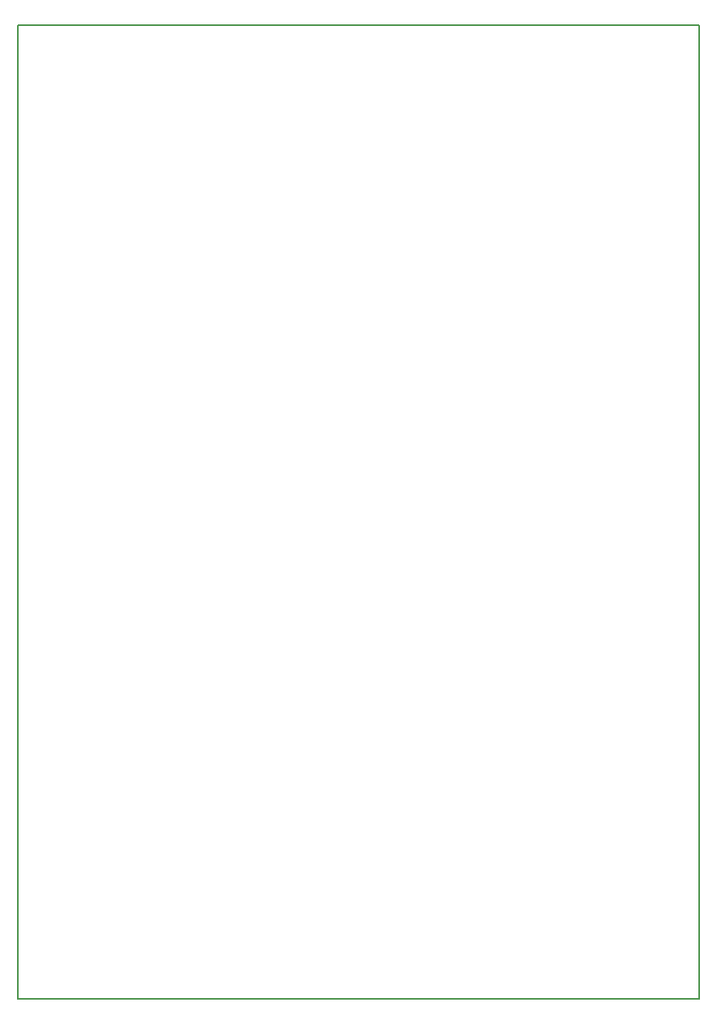
<source format=gbr>
G04 #@! TF.GenerationSoftware,KiCad,Pcbnew,5.1.2-f72e74a~84~ubuntu18.04.1*
G04 #@! TF.CreationDate,2019-07-05T19:17:41+01:00*
G04 #@! TF.ProjectId,esp32controller,65737033-3263-46f6-9e74-726f6c6c6572,rev?*
G04 #@! TF.SameCoordinates,Original*
G04 #@! TF.FileFunction,Profile,NP*
%FSLAX46Y46*%
G04 Gerber Fmt 4.6, Leading zero omitted, Abs format (unit mm)*
G04 Created by KiCad (PCBNEW 5.1.2-f72e74a~84~ubuntu18.04.1) date 2019-07-05 19:17:41*
%MOMM*%
%LPD*%
G04 APERTURE LIST*
%ADD10C,0.150000*%
G04 APERTURE END LIST*
D10*
X0Y0D02*
X0Y-101600000D01*
X71120000Y-101600000D02*
X0Y-101600000D01*
X71120000Y0D02*
X71120000Y-101600000D01*
X0Y0D02*
X71120000Y0D01*
M02*

</source>
